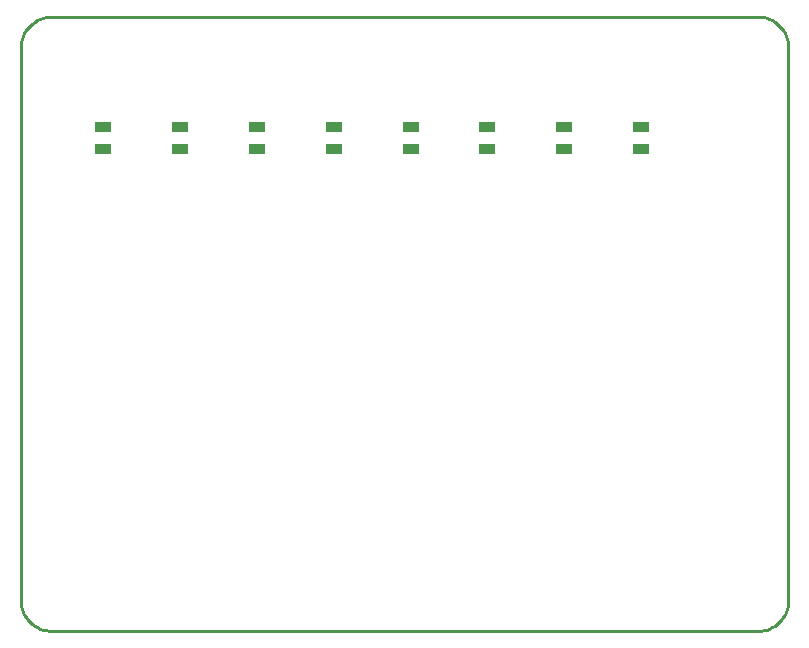
<source format=gbp>
G04*
G04 #@! TF.GenerationSoftware,Altium Limited,Altium Designer,21.3.2 (30)*
G04*
G04 Layer_Color=128*
%FSLAX25Y25*%
%MOIN*%
G70*
G04*
G04 #@! TF.SameCoordinates,4FB7CEAD-E32D-458C-9978-29DB153300B6*
G04*
G04*
G04 #@! TF.FilePolarity,Positive*
G04*
G01*
G75*
%ADD18C,0.01000*%
%ADD19C,0.00394*%
%ADD29R,0.05512X0.03740*%
D18*
X0Y10300D02*
X50Y9290D01*
X198Y8291D01*
X444Y7310D01*
X784Y6358D01*
X1216Y5445D01*
X1736Y4578D01*
X2338Y3766D01*
X3017Y3017D01*
X3766Y2338D01*
X4578Y1736D01*
X5445Y1216D01*
X6358Y784D01*
X7310Y444D01*
X8291Y198D01*
X9290Y50D01*
X10300Y0D01*
X245605D02*
X246615Y50D01*
X247615Y198D01*
X248595Y444D01*
X249547Y784D01*
X250461Y1216D01*
X251328Y1736D01*
X252140Y2338D01*
X252889Y3017D01*
X253568Y3766D01*
X254170Y4578D01*
X254689Y5445D01*
X255121Y6358D01*
X255462Y7310D01*
X255708Y8291D01*
X255856Y9290D01*
X255906Y10300D01*
Y194485D02*
X255856Y195495D01*
X255708Y196494D01*
X255462Y197475D01*
X255121Y198427D01*
X254689Y199340D01*
X254170Y200207D01*
X253568Y201019D01*
X252889Y201768D01*
X252140Y202447D01*
X251328Y203049D01*
X250461Y203569D01*
X249547Y204001D01*
X248595Y204342D01*
X247615Y204587D01*
X246615Y204735D01*
X245605Y204785D01*
X10300D02*
X9290Y204735D01*
X8291Y204587D01*
X7310Y204342D01*
X6358Y204001D01*
X5445Y203569D01*
X4578Y203049D01*
X3766Y202447D01*
X3017Y201768D01*
X2338Y201019D01*
X1736Y200207D01*
X1216Y199340D01*
X784Y198427D01*
X444Y197475D01*
X198Y196494D01*
X50Y195495D01*
X0Y194485D01*
Y10300D02*
Y91535D01*
X10300Y0D02*
X245606D01*
X255906Y10300D02*
Y194485D01*
X10300Y204785D02*
X245606D01*
X0Y91535D02*
Y194485D01*
D19*
X197Y19685D02*
Y62992D01*
D29*
X27559Y168012D02*
D03*
Y160728D02*
D03*
X155512Y168012D02*
D03*
Y160728D02*
D03*
X129921Y168012D02*
D03*
Y160728D02*
D03*
X78740Y168012D02*
D03*
Y160728D02*
D03*
X53150Y168012D02*
D03*
Y160728D02*
D03*
X104331Y168012D02*
D03*
Y160728D02*
D03*
X181102Y168012D02*
D03*
Y160728D02*
D03*
X206693Y168012D02*
D03*
Y160728D02*
D03*
M02*

</source>
